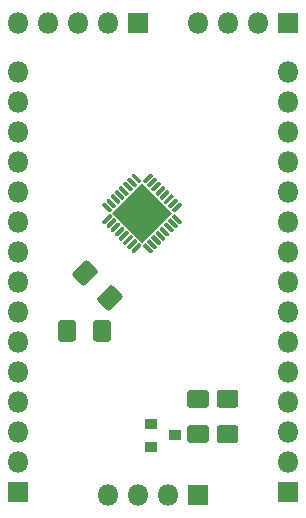
<source format=gbr>
%TF.GenerationSoftware,KiCad,Pcbnew,(5.1.6)-1*%
%TF.CreationDate,2021-02-26T18:45:46+01:00*%
%TF.ProjectId,STM32G031K8U6_Board,53544d33-3247-4303-9331-4b3855365f42,rev?*%
%TF.SameCoordinates,Original*%
%TF.FileFunction,Soldermask,Top*%
%TF.FilePolarity,Negative*%
%FSLAX46Y46*%
G04 Gerber Fmt 4.6, Leading zero omitted, Abs format (unit mm)*
G04 Created by KiCad (PCBNEW (5.1.6)-1) date 2021-02-26 18:45:46*
%MOMM*%
%LPD*%
G01*
G04 APERTURE LIST*
%ADD10R,1.800000X1.800000*%
%ADD11O,1.800000X1.800000*%
%ADD12R,1.000000X0.900000*%
%ADD13C,0.100000*%
G04 APERTURE END LIST*
D10*
%TO.C,J4*%
X111760000Y-78740000D03*
D11*
X111760000Y-76200000D03*
X111760000Y-73660000D03*
X111760000Y-71120000D03*
X111760000Y-68580000D03*
X111760000Y-66040000D03*
X111760000Y-63500000D03*
X111760000Y-60960000D03*
X111760000Y-58420000D03*
X111760000Y-55880000D03*
X111760000Y-53340000D03*
X111760000Y-50800000D03*
X111760000Y-48260000D03*
X111760000Y-45720000D03*
X111760000Y-43180000D03*
%TD*%
%TO.C,C4*%
G36*
G01*
X130157456Y-71625000D02*
X128842544Y-71625000D01*
G75*
G02*
X128575000Y-71357456I0J267544D01*
G01*
X128575000Y-70367544D01*
G75*
G02*
X128842544Y-70100000I267544J0D01*
G01*
X130157456Y-70100000D01*
G75*
G02*
X130425000Y-70367544I0J-267544D01*
G01*
X130425000Y-71357456D01*
G75*
G02*
X130157456Y-71625000I-267544J0D01*
G01*
G37*
G36*
G01*
X130157456Y-74600000D02*
X128842544Y-74600000D01*
G75*
G02*
X128575000Y-74332456I0J267544D01*
G01*
X128575000Y-73342544D01*
G75*
G02*
X128842544Y-73075000I267544J0D01*
G01*
X130157456Y-73075000D01*
G75*
G02*
X130425000Y-73342544I0J-267544D01*
G01*
X130425000Y-74332456D01*
G75*
G02*
X130157456Y-74600000I-267544J0D01*
G01*
G37*
%TD*%
%TO.C,C6*%
G36*
G01*
X116444118Y-60123902D02*
X117373902Y-59194119D01*
G75*
G02*
X117752266Y-59194119I189182J-189182D01*
G01*
X118452239Y-59894092D01*
G75*
G02*
X118452239Y-60272456I-189182J-189182D01*
G01*
X117522456Y-61202239D01*
G75*
G02*
X117144092Y-61202239I-189182J189182D01*
G01*
X116444119Y-60502266D01*
G75*
G02*
X116444119Y-60123902I189182J189182D01*
G01*
G37*
G36*
G01*
X118547760Y-62227544D02*
X119477544Y-61297761D01*
G75*
G02*
X119855908Y-61297761I189182J-189182D01*
G01*
X120555881Y-61997734D01*
G75*
G02*
X120555881Y-62376098I-189182J-189182D01*
G01*
X119626098Y-63305881D01*
G75*
G02*
X119247734Y-63305881I-189182J189182D01*
G01*
X118547761Y-62605908D01*
G75*
G02*
X118547761Y-62227544I189182J189182D01*
G01*
G37*
%TD*%
D10*
%TO.C,J1*%
X134620000Y-78740000D03*
D11*
X134620000Y-76200000D03*
X134620000Y-73660000D03*
X134620000Y-71120000D03*
X134620000Y-68580000D03*
X134620000Y-66040000D03*
X134620000Y-63500000D03*
X134620000Y-60960000D03*
X134620000Y-58420000D03*
X134620000Y-55880000D03*
X134620000Y-53340000D03*
X134620000Y-50800000D03*
X134620000Y-48260000D03*
X134620000Y-45720000D03*
X134620000Y-43180000D03*
%TD*%
D10*
%TO.C,J2*%
X134620000Y-39000000D03*
D11*
X132080000Y-39000000D03*
X129540000Y-39000000D03*
X127000000Y-39000000D03*
%TD*%
D10*
%TO.C,J3*%
X121920000Y-39000000D03*
D11*
X119380000Y-39000000D03*
X116840000Y-39000000D03*
X114300000Y-39000000D03*
X111760000Y-39000000D03*
%TD*%
%TO.C,J5*%
X119380000Y-79000000D03*
X121920000Y-79000000D03*
X124460000Y-79000000D03*
D10*
X127000000Y-79000000D03*
%TD*%
D12*
%TO.C,Q1*%
X123050000Y-73000000D03*
X123050000Y-74900000D03*
X125050000Y-73950000D03*
%TD*%
%TO.C,R1*%
G36*
G01*
X127657456Y-74600000D02*
X126342544Y-74600000D01*
G75*
G02*
X126075000Y-74332456I0J267544D01*
G01*
X126075000Y-73342544D01*
G75*
G02*
X126342544Y-73075000I267544J0D01*
G01*
X127657456Y-73075000D01*
G75*
G02*
X127925000Y-73342544I0J-267544D01*
G01*
X127925000Y-74332456D01*
G75*
G02*
X127657456Y-74600000I-267544J0D01*
G01*
G37*
G36*
G01*
X127657456Y-71625000D02*
X126342544Y-71625000D01*
G75*
G02*
X126075000Y-71357456I0J267544D01*
G01*
X126075000Y-70367544D01*
G75*
G02*
X126342544Y-70100000I267544J0D01*
G01*
X127657456Y-70100000D01*
G75*
G02*
X127925000Y-70367544I0J-267544D01*
G01*
X127925000Y-71357456D01*
G75*
G02*
X127657456Y-71625000I-267544J0D01*
G01*
G37*
%TD*%
%TO.C,C2*%
G36*
G01*
X115150000Y-65757456D02*
X115150000Y-64442544D01*
G75*
G02*
X115417544Y-64175000I267544J0D01*
G01*
X116407456Y-64175000D01*
G75*
G02*
X116675000Y-64442544I0J-267544D01*
G01*
X116675000Y-65757456D01*
G75*
G02*
X116407456Y-66025000I-267544J0D01*
G01*
X115417544Y-66025000D01*
G75*
G02*
X115150000Y-65757456I0J267544D01*
G01*
G37*
G36*
G01*
X118125000Y-65757456D02*
X118125000Y-64442544D01*
G75*
G02*
X118392544Y-64175000I267544J0D01*
G01*
X119382456Y-64175000D01*
G75*
G02*
X119650000Y-64442544I0J-267544D01*
G01*
X119650000Y-65757456D01*
G75*
G02*
X119382456Y-66025000I-267544J0D01*
G01*
X118392544Y-66025000D01*
G75*
G02*
X118125000Y-65757456I0J267544D01*
G01*
G37*
%TD*%
%TO.C,U1*%
G36*
G01*
X119032283Y-56041712D02*
X118908539Y-55917969D01*
G75*
G02*
X118908539Y-55794225I61872J61872D01*
G01*
X119474225Y-55228539D01*
G75*
G02*
X119597969Y-55228539I61872J-61872D01*
G01*
X119721713Y-55352283D01*
G75*
G02*
X119721713Y-55476027I-61872J-61872D01*
G01*
X119156027Y-56041713D01*
G75*
G02*
X119032283Y-56041713I-61872J61872D01*
G01*
G37*
G36*
G01*
X119385837Y-56395265D02*
X119262093Y-56271522D01*
G75*
G02*
X119262093Y-56147778I61872J61872D01*
G01*
X119827779Y-55582092D01*
G75*
G02*
X119951523Y-55582092I61872J-61872D01*
G01*
X120075267Y-55705836D01*
G75*
G02*
X120075267Y-55829580I-61872J-61872D01*
G01*
X119509581Y-56395266D01*
G75*
G02*
X119385837Y-56395266I-61872J61872D01*
G01*
G37*
G36*
G01*
X119739390Y-56748819D02*
X119615646Y-56625076D01*
G75*
G02*
X119615646Y-56501332I61872J61872D01*
G01*
X120181332Y-55935646D01*
G75*
G02*
X120305076Y-55935646I61872J-61872D01*
G01*
X120428820Y-56059390D01*
G75*
G02*
X120428820Y-56183134I-61872J-61872D01*
G01*
X119863134Y-56748820D01*
G75*
G02*
X119739390Y-56748820I-61872J61872D01*
G01*
G37*
G36*
G01*
X120092944Y-57102372D02*
X119969200Y-56978629D01*
G75*
G02*
X119969200Y-56854885I61872J61872D01*
G01*
X120534886Y-56289199D01*
G75*
G02*
X120658630Y-56289199I61872J-61872D01*
G01*
X120782374Y-56412943D01*
G75*
G02*
X120782374Y-56536687I-61872J-61872D01*
G01*
X120216688Y-57102373D01*
G75*
G02*
X120092944Y-57102373I-61872J61872D01*
G01*
G37*
G36*
G01*
X120446497Y-57455925D02*
X120322753Y-57332182D01*
G75*
G02*
X120322753Y-57208438I61872J61872D01*
G01*
X120888439Y-56642752D01*
G75*
G02*
X121012183Y-56642752I61872J-61872D01*
G01*
X121135927Y-56766496D01*
G75*
G02*
X121135927Y-56890240I-61872J-61872D01*
G01*
X120570241Y-57455926D01*
G75*
G02*
X120446497Y-57455926I-61872J61872D01*
G01*
G37*
G36*
G01*
X120800050Y-57809479D02*
X120676306Y-57685736D01*
G75*
G02*
X120676306Y-57561992I61872J61872D01*
G01*
X121241992Y-56996306D01*
G75*
G02*
X121365736Y-56996306I61872J-61872D01*
G01*
X121489480Y-57120050D01*
G75*
G02*
X121489480Y-57243794I-61872J-61872D01*
G01*
X120923794Y-57809480D01*
G75*
G02*
X120800050Y-57809480I-61872J61872D01*
G01*
G37*
G36*
G01*
X121153604Y-58163032D02*
X121029860Y-58039289D01*
G75*
G02*
X121029860Y-57915545I61872J61872D01*
G01*
X121595546Y-57349859D01*
G75*
G02*
X121719290Y-57349859I61872J-61872D01*
G01*
X121843034Y-57473603D01*
G75*
G02*
X121843034Y-57597347I-61872J-61872D01*
G01*
X121277348Y-58163033D01*
G75*
G02*
X121153604Y-58163033I-61872J61872D01*
G01*
G37*
G36*
G01*
X121507157Y-58516586D02*
X121383413Y-58392843D01*
G75*
G02*
X121383413Y-58269099I61872J61872D01*
G01*
X121949099Y-57703413D01*
G75*
G02*
X122072843Y-57703413I61872J-61872D01*
G01*
X122196587Y-57827157D01*
G75*
G02*
X122196587Y-57950901I-61872J-61872D01*
G01*
X121630901Y-58516587D01*
G75*
G02*
X121507157Y-58516587I-61872J61872D01*
G01*
G37*
G36*
G01*
X122921371Y-58516586D02*
X122355685Y-57950901D01*
G75*
G02*
X122355685Y-57827157I61872J61872D01*
G01*
X122479429Y-57703413D01*
G75*
G02*
X122603173Y-57703413I61872J-61872D01*
G01*
X123168859Y-58269099D01*
G75*
G02*
X123168859Y-58392843I-61872J-61872D01*
G01*
X123045115Y-58516587D01*
G75*
G02*
X122921371Y-58516587I-61872J61872D01*
G01*
G37*
G36*
G01*
X123274924Y-58163032D02*
X122709238Y-57597347D01*
G75*
G02*
X122709238Y-57473603I61872J61872D01*
G01*
X122832982Y-57349859D01*
G75*
G02*
X122956726Y-57349859I61872J-61872D01*
G01*
X123522412Y-57915545D01*
G75*
G02*
X123522412Y-58039289I-61872J-61872D01*
G01*
X123398668Y-58163033D01*
G75*
G02*
X123274924Y-58163033I-61872J61872D01*
G01*
G37*
G36*
G01*
X123628478Y-57809479D02*
X123062792Y-57243794D01*
G75*
G02*
X123062792Y-57120050I61872J61872D01*
G01*
X123186536Y-56996306D01*
G75*
G02*
X123310280Y-56996306I61872J-61872D01*
G01*
X123875966Y-57561992D01*
G75*
G02*
X123875966Y-57685736I-61872J-61872D01*
G01*
X123752222Y-57809480D01*
G75*
G02*
X123628478Y-57809480I-61872J61872D01*
G01*
G37*
G36*
G01*
X123982031Y-57455925D02*
X123416345Y-56890240D01*
G75*
G02*
X123416345Y-56766496I61872J61872D01*
G01*
X123540089Y-56642752D01*
G75*
G02*
X123663833Y-56642752I61872J-61872D01*
G01*
X124229519Y-57208438D01*
G75*
G02*
X124229519Y-57332182I-61872J-61872D01*
G01*
X124105775Y-57455926D01*
G75*
G02*
X123982031Y-57455926I-61872J61872D01*
G01*
G37*
G36*
G01*
X124335584Y-57102372D02*
X123769898Y-56536687D01*
G75*
G02*
X123769898Y-56412943I61872J61872D01*
G01*
X123893642Y-56289199D01*
G75*
G02*
X124017386Y-56289199I61872J-61872D01*
G01*
X124583072Y-56854885D01*
G75*
G02*
X124583072Y-56978629I-61872J-61872D01*
G01*
X124459328Y-57102373D01*
G75*
G02*
X124335584Y-57102373I-61872J61872D01*
G01*
G37*
G36*
G01*
X124689138Y-56748819D02*
X124123452Y-56183134D01*
G75*
G02*
X124123452Y-56059390I61872J61872D01*
G01*
X124247196Y-55935646D01*
G75*
G02*
X124370940Y-55935646I61872J-61872D01*
G01*
X124936626Y-56501332D01*
G75*
G02*
X124936626Y-56625076I-61872J-61872D01*
G01*
X124812882Y-56748820D01*
G75*
G02*
X124689138Y-56748820I-61872J61872D01*
G01*
G37*
G36*
G01*
X125042691Y-56395265D02*
X124477005Y-55829580D01*
G75*
G02*
X124477005Y-55705836I61872J61872D01*
G01*
X124600749Y-55582092D01*
G75*
G02*
X124724493Y-55582092I61872J-61872D01*
G01*
X125290179Y-56147778D01*
G75*
G02*
X125290179Y-56271522I-61872J-61872D01*
G01*
X125166435Y-56395266D01*
G75*
G02*
X125042691Y-56395266I-61872J61872D01*
G01*
G37*
G36*
G01*
X125396245Y-56041712D02*
X124830559Y-55476027D01*
G75*
G02*
X124830559Y-55352283I61872J61872D01*
G01*
X124954303Y-55228539D01*
G75*
G02*
X125078047Y-55228539I61872J-61872D01*
G01*
X125643733Y-55794225D01*
G75*
G02*
X125643733Y-55917969I-61872J-61872D01*
G01*
X125519989Y-56041713D01*
G75*
G02*
X125396245Y-56041713I-61872J61872D01*
G01*
G37*
G36*
G01*
X124954303Y-55069440D02*
X124830559Y-54945697D01*
G75*
G02*
X124830559Y-54821953I61872J61872D01*
G01*
X125396245Y-54256267D01*
G75*
G02*
X125519989Y-54256267I61872J-61872D01*
G01*
X125643733Y-54380011D01*
G75*
G02*
X125643733Y-54503755I-61872J-61872D01*
G01*
X125078047Y-55069441D01*
G75*
G02*
X124954303Y-55069441I-61872J61872D01*
G01*
G37*
G36*
G01*
X124600749Y-54715887D02*
X124477005Y-54592144D01*
G75*
G02*
X124477005Y-54468400I61872J61872D01*
G01*
X125042691Y-53902714D01*
G75*
G02*
X125166435Y-53902714I61872J-61872D01*
G01*
X125290179Y-54026458D01*
G75*
G02*
X125290179Y-54150202I-61872J-61872D01*
G01*
X124724493Y-54715888D01*
G75*
G02*
X124600749Y-54715888I-61872J61872D01*
G01*
G37*
G36*
G01*
X124247196Y-54362333D02*
X124123452Y-54238590D01*
G75*
G02*
X124123452Y-54114846I61872J61872D01*
G01*
X124689138Y-53549160D01*
G75*
G02*
X124812882Y-53549160I61872J-61872D01*
G01*
X124936626Y-53672904D01*
G75*
G02*
X124936626Y-53796648I-61872J-61872D01*
G01*
X124370940Y-54362334D01*
G75*
G02*
X124247196Y-54362334I-61872J61872D01*
G01*
G37*
G36*
G01*
X123893642Y-54008780D02*
X123769898Y-53885037D01*
G75*
G02*
X123769898Y-53761293I61872J61872D01*
G01*
X124335584Y-53195607D01*
G75*
G02*
X124459328Y-53195607I61872J-61872D01*
G01*
X124583072Y-53319351D01*
G75*
G02*
X124583072Y-53443095I-61872J-61872D01*
G01*
X124017386Y-54008781D01*
G75*
G02*
X123893642Y-54008781I-61872J61872D01*
G01*
G37*
G36*
G01*
X123540089Y-53655227D02*
X123416345Y-53531484D01*
G75*
G02*
X123416345Y-53407740I61872J61872D01*
G01*
X123982031Y-52842054D01*
G75*
G02*
X124105775Y-52842054I61872J-61872D01*
G01*
X124229519Y-52965798D01*
G75*
G02*
X124229519Y-53089542I-61872J-61872D01*
G01*
X123663833Y-53655228D01*
G75*
G02*
X123540089Y-53655228I-61872J61872D01*
G01*
G37*
G36*
G01*
X123186536Y-53301673D02*
X123062792Y-53177930D01*
G75*
G02*
X123062792Y-53054186I61872J61872D01*
G01*
X123628478Y-52488500D01*
G75*
G02*
X123752222Y-52488500I61872J-61872D01*
G01*
X123875966Y-52612244D01*
G75*
G02*
X123875966Y-52735988I-61872J-61872D01*
G01*
X123310280Y-53301674D01*
G75*
G02*
X123186536Y-53301674I-61872J61872D01*
G01*
G37*
G36*
G01*
X122832982Y-52948120D02*
X122709238Y-52824377D01*
G75*
G02*
X122709238Y-52700633I61872J61872D01*
G01*
X123274924Y-52134947D01*
G75*
G02*
X123398668Y-52134947I61872J-61872D01*
G01*
X123522412Y-52258691D01*
G75*
G02*
X123522412Y-52382435I-61872J-61872D01*
G01*
X122956726Y-52948121D01*
G75*
G02*
X122832982Y-52948121I-61872J61872D01*
G01*
G37*
G36*
G01*
X122479429Y-52594566D02*
X122355685Y-52470823D01*
G75*
G02*
X122355685Y-52347079I61872J61872D01*
G01*
X122921371Y-51781393D01*
G75*
G02*
X123045115Y-51781393I61872J-61872D01*
G01*
X123168859Y-51905137D01*
G75*
G02*
X123168859Y-52028881I-61872J-61872D01*
G01*
X122603173Y-52594567D01*
G75*
G02*
X122479429Y-52594567I-61872J61872D01*
G01*
G37*
G36*
G01*
X121949099Y-52594566D02*
X121383413Y-52028881D01*
G75*
G02*
X121383413Y-51905137I61872J61872D01*
G01*
X121507157Y-51781393D01*
G75*
G02*
X121630901Y-51781393I61872J-61872D01*
G01*
X122196587Y-52347079D01*
G75*
G02*
X122196587Y-52470823I-61872J-61872D01*
G01*
X122072843Y-52594567D01*
G75*
G02*
X121949099Y-52594567I-61872J61872D01*
G01*
G37*
G36*
G01*
X121595546Y-52948120D02*
X121029860Y-52382435D01*
G75*
G02*
X121029860Y-52258691I61872J61872D01*
G01*
X121153604Y-52134947D01*
G75*
G02*
X121277348Y-52134947I61872J-61872D01*
G01*
X121843034Y-52700633D01*
G75*
G02*
X121843034Y-52824377I-61872J-61872D01*
G01*
X121719290Y-52948121D01*
G75*
G02*
X121595546Y-52948121I-61872J61872D01*
G01*
G37*
G36*
G01*
X121241992Y-53301673D02*
X120676306Y-52735988D01*
G75*
G02*
X120676306Y-52612244I61872J61872D01*
G01*
X120800050Y-52488500D01*
G75*
G02*
X120923794Y-52488500I61872J-61872D01*
G01*
X121489480Y-53054186D01*
G75*
G02*
X121489480Y-53177930I-61872J-61872D01*
G01*
X121365736Y-53301674D01*
G75*
G02*
X121241992Y-53301674I-61872J61872D01*
G01*
G37*
G36*
G01*
X120888439Y-53655227D02*
X120322753Y-53089542D01*
G75*
G02*
X120322753Y-52965798I61872J61872D01*
G01*
X120446497Y-52842054D01*
G75*
G02*
X120570241Y-52842054I61872J-61872D01*
G01*
X121135927Y-53407740D01*
G75*
G02*
X121135927Y-53531484I-61872J-61872D01*
G01*
X121012183Y-53655228D01*
G75*
G02*
X120888439Y-53655228I-61872J61872D01*
G01*
G37*
G36*
G01*
X120534886Y-54008780D02*
X119969200Y-53443095D01*
G75*
G02*
X119969200Y-53319351I61872J61872D01*
G01*
X120092944Y-53195607D01*
G75*
G02*
X120216688Y-53195607I61872J-61872D01*
G01*
X120782374Y-53761293D01*
G75*
G02*
X120782374Y-53885037I-61872J-61872D01*
G01*
X120658630Y-54008781D01*
G75*
G02*
X120534886Y-54008781I-61872J61872D01*
G01*
G37*
G36*
G01*
X120181332Y-54362333D02*
X119615646Y-53796648D01*
G75*
G02*
X119615646Y-53672904I61872J61872D01*
G01*
X119739390Y-53549160D01*
G75*
G02*
X119863134Y-53549160I61872J-61872D01*
G01*
X120428820Y-54114846D01*
G75*
G02*
X120428820Y-54238590I-61872J-61872D01*
G01*
X120305076Y-54362334D01*
G75*
G02*
X120181332Y-54362334I-61872J61872D01*
G01*
G37*
G36*
G01*
X119827779Y-54715887D02*
X119262093Y-54150202D01*
G75*
G02*
X119262093Y-54026458I61872J61872D01*
G01*
X119385837Y-53902714D01*
G75*
G02*
X119509581Y-53902714I61872J-61872D01*
G01*
X120075267Y-54468400D01*
G75*
G02*
X120075267Y-54592144I-61872J-61872D01*
G01*
X119951523Y-54715888D01*
G75*
G02*
X119827779Y-54715888I-61872J61872D01*
G01*
G37*
G36*
G01*
X119474225Y-55069440D02*
X118908539Y-54503755D01*
G75*
G02*
X118908539Y-54380011I61872J61872D01*
G01*
X119032283Y-54256267D01*
G75*
G02*
X119156027Y-54256267I61872J-61872D01*
G01*
X119721713Y-54821953D01*
G75*
G02*
X119721713Y-54945697I-61872J-61872D01*
G01*
X119597969Y-55069441D01*
G75*
G02*
X119474225Y-55069441I-61872J61872D01*
G01*
G37*
D13*
G36*
X122276136Y-57659219D02*
G01*
X119765907Y-55148990D01*
X122276136Y-52638761D01*
X124786365Y-55148990D01*
X122276136Y-57659219D01*
G37*
%TD*%
M02*

</source>
